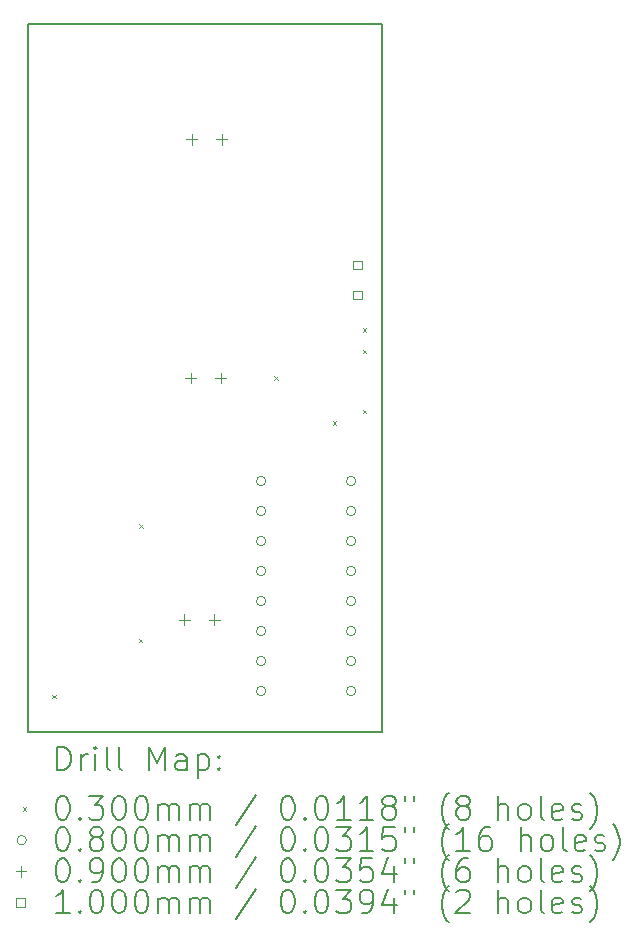
<source format=gbr>
%TF.GenerationSoftware,KiCad,Pcbnew,8.0.8*%
%TF.CreationDate,2025-03-24T19:05:03+08:00*%
%TF.ProjectId,trafficlight,74726166-6669-4636-9c69-6768742e6b69,rev?*%
%TF.SameCoordinates,Original*%
%TF.FileFunction,Drillmap*%
%TF.FilePolarity,Positive*%
%FSLAX45Y45*%
G04 Gerber Fmt 4.5, Leading zero omitted, Abs format (unit mm)*
G04 Created by KiCad (PCBNEW 8.0.8) date 2025-03-24 19:05:03*
%MOMM*%
%LPD*%
G01*
G04 APERTURE LIST*
%ADD10C,0.200000*%
%ADD11C,0.100000*%
G04 APERTURE END LIST*
D10*
X12903760Y-7038900D02*
X15903760Y-7038900D01*
X15903760Y-13038900D01*
X12903760Y-13038900D01*
X12903760Y-7038900D01*
D11*
X13114260Y-12722720D02*
X13144260Y-12752720D01*
X13144260Y-12722720D02*
X13114260Y-12752720D01*
X13843240Y-12247040D02*
X13873240Y-12277040D01*
X13873240Y-12247040D02*
X13843240Y-12277040D01*
X13848320Y-11279300D02*
X13878320Y-11309300D01*
X13878320Y-11279300D02*
X13848320Y-11309300D01*
X14993300Y-10023640D02*
X15023300Y-10053640D01*
X15023300Y-10023640D02*
X14993300Y-10053640D01*
X15488300Y-10404640D02*
X15518300Y-10434640D01*
X15518300Y-10404640D02*
X15488300Y-10434640D01*
X15741180Y-9620160D02*
X15771180Y-9650160D01*
X15771180Y-9620160D02*
X15741180Y-9650160D01*
X15741180Y-9802660D02*
X15771180Y-9832660D01*
X15771180Y-9802660D02*
X15741180Y-9832660D01*
X15741180Y-10307930D02*
X15771180Y-10337930D01*
X15771180Y-10307930D02*
X15741180Y-10337930D01*
X14920880Y-10913440D02*
G75*
G02*
X14840880Y-10913440I-40000J0D01*
G01*
X14840880Y-10913440D02*
G75*
G02*
X14920880Y-10913440I40000J0D01*
G01*
X14920880Y-11167440D02*
G75*
G02*
X14840880Y-11167440I-40000J0D01*
G01*
X14840880Y-11167440D02*
G75*
G02*
X14920880Y-11167440I40000J0D01*
G01*
X14920880Y-11421440D02*
G75*
G02*
X14840880Y-11421440I-40000J0D01*
G01*
X14840880Y-11421440D02*
G75*
G02*
X14920880Y-11421440I40000J0D01*
G01*
X14920880Y-11675440D02*
G75*
G02*
X14840880Y-11675440I-40000J0D01*
G01*
X14840880Y-11675440D02*
G75*
G02*
X14920880Y-11675440I40000J0D01*
G01*
X14920880Y-11929440D02*
G75*
G02*
X14840880Y-11929440I-40000J0D01*
G01*
X14840880Y-11929440D02*
G75*
G02*
X14920880Y-11929440I40000J0D01*
G01*
X14920880Y-12183440D02*
G75*
G02*
X14840880Y-12183440I-40000J0D01*
G01*
X14840880Y-12183440D02*
G75*
G02*
X14920880Y-12183440I40000J0D01*
G01*
X14920880Y-12437440D02*
G75*
G02*
X14840880Y-12437440I-40000J0D01*
G01*
X14840880Y-12437440D02*
G75*
G02*
X14920880Y-12437440I40000J0D01*
G01*
X14920880Y-12691440D02*
G75*
G02*
X14840880Y-12691440I-40000J0D01*
G01*
X14840880Y-12691440D02*
G75*
G02*
X14920880Y-12691440I40000J0D01*
G01*
X15682880Y-10913440D02*
G75*
G02*
X15602880Y-10913440I-40000J0D01*
G01*
X15602880Y-10913440D02*
G75*
G02*
X15682880Y-10913440I40000J0D01*
G01*
X15682880Y-11167440D02*
G75*
G02*
X15602880Y-11167440I-40000J0D01*
G01*
X15602880Y-11167440D02*
G75*
G02*
X15682880Y-11167440I40000J0D01*
G01*
X15682880Y-11421440D02*
G75*
G02*
X15602880Y-11421440I-40000J0D01*
G01*
X15602880Y-11421440D02*
G75*
G02*
X15682880Y-11421440I40000J0D01*
G01*
X15682880Y-11675440D02*
G75*
G02*
X15602880Y-11675440I-40000J0D01*
G01*
X15602880Y-11675440D02*
G75*
G02*
X15682880Y-11675440I40000J0D01*
G01*
X15682880Y-11929440D02*
G75*
G02*
X15602880Y-11929440I-40000J0D01*
G01*
X15602880Y-11929440D02*
G75*
G02*
X15682880Y-11929440I40000J0D01*
G01*
X15682880Y-12183440D02*
G75*
G02*
X15602880Y-12183440I-40000J0D01*
G01*
X15602880Y-12183440D02*
G75*
G02*
X15682880Y-12183440I40000J0D01*
G01*
X15682880Y-12437440D02*
G75*
G02*
X15602880Y-12437440I-40000J0D01*
G01*
X15602880Y-12437440D02*
G75*
G02*
X15682880Y-12437440I40000J0D01*
G01*
X15682880Y-12691440D02*
G75*
G02*
X15602880Y-12691440I-40000J0D01*
G01*
X15602880Y-12691440D02*
G75*
G02*
X15682880Y-12691440I40000J0D01*
G01*
X14232180Y-12040880D02*
X14232180Y-12130880D01*
X14187180Y-12085880D02*
X14277180Y-12085880D01*
X14285520Y-9996180D02*
X14285520Y-10086180D01*
X14240520Y-10041180D02*
X14330520Y-10041180D01*
X14293140Y-7974340D02*
X14293140Y-8064340D01*
X14248140Y-8019340D02*
X14338140Y-8019340D01*
X14486180Y-12040880D02*
X14486180Y-12130880D01*
X14441180Y-12085880D02*
X14531180Y-12085880D01*
X14539520Y-9996180D02*
X14539520Y-10086180D01*
X14494520Y-10041180D02*
X14584520Y-10041180D01*
X14547140Y-7974340D02*
X14547140Y-8064340D01*
X14502140Y-8019340D02*
X14592140Y-8019340D01*
X15733116Y-9116416D02*
X15733116Y-9045704D01*
X15662404Y-9045704D01*
X15662404Y-9116416D01*
X15733116Y-9116416D01*
X15733116Y-9370416D02*
X15733116Y-9299704D01*
X15662404Y-9299704D01*
X15662404Y-9370416D01*
X15733116Y-9370416D01*
D10*
X13154537Y-13360384D02*
X13154537Y-13160384D01*
X13154537Y-13160384D02*
X13202156Y-13160384D01*
X13202156Y-13160384D02*
X13230727Y-13169908D01*
X13230727Y-13169908D02*
X13249775Y-13188955D01*
X13249775Y-13188955D02*
X13259299Y-13208003D01*
X13259299Y-13208003D02*
X13268822Y-13246098D01*
X13268822Y-13246098D02*
X13268822Y-13274669D01*
X13268822Y-13274669D02*
X13259299Y-13312765D01*
X13259299Y-13312765D02*
X13249775Y-13331812D01*
X13249775Y-13331812D02*
X13230727Y-13350860D01*
X13230727Y-13350860D02*
X13202156Y-13360384D01*
X13202156Y-13360384D02*
X13154537Y-13360384D01*
X13354537Y-13360384D02*
X13354537Y-13227050D01*
X13354537Y-13265146D02*
X13364061Y-13246098D01*
X13364061Y-13246098D02*
X13373584Y-13236574D01*
X13373584Y-13236574D02*
X13392632Y-13227050D01*
X13392632Y-13227050D02*
X13411680Y-13227050D01*
X13478346Y-13360384D02*
X13478346Y-13227050D01*
X13478346Y-13160384D02*
X13468822Y-13169908D01*
X13468822Y-13169908D02*
X13478346Y-13179431D01*
X13478346Y-13179431D02*
X13487870Y-13169908D01*
X13487870Y-13169908D02*
X13478346Y-13160384D01*
X13478346Y-13160384D02*
X13478346Y-13179431D01*
X13602156Y-13360384D02*
X13583108Y-13350860D01*
X13583108Y-13350860D02*
X13573584Y-13331812D01*
X13573584Y-13331812D02*
X13573584Y-13160384D01*
X13706918Y-13360384D02*
X13687870Y-13350860D01*
X13687870Y-13350860D02*
X13678346Y-13331812D01*
X13678346Y-13331812D02*
X13678346Y-13160384D01*
X13935489Y-13360384D02*
X13935489Y-13160384D01*
X13935489Y-13160384D02*
X14002156Y-13303241D01*
X14002156Y-13303241D02*
X14068822Y-13160384D01*
X14068822Y-13160384D02*
X14068822Y-13360384D01*
X14249775Y-13360384D02*
X14249775Y-13255622D01*
X14249775Y-13255622D02*
X14240251Y-13236574D01*
X14240251Y-13236574D02*
X14221203Y-13227050D01*
X14221203Y-13227050D02*
X14183108Y-13227050D01*
X14183108Y-13227050D02*
X14164061Y-13236574D01*
X14249775Y-13350860D02*
X14230727Y-13360384D01*
X14230727Y-13360384D02*
X14183108Y-13360384D01*
X14183108Y-13360384D02*
X14164061Y-13350860D01*
X14164061Y-13350860D02*
X14154537Y-13331812D01*
X14154537Y-13331812D02*
X14154537Y-13312765D01*
X14154537Y-13312765D02*
X14164061Y-13293717D01*
X14164061Y-13293717D02*
X14183108Y-13284193D01*
X14183108Y-13284193D02*
X14230727Y-13284193D01*
X14230727Y-13284193D02*
X14249775Y-13274669D01*
X14345013Y-13227050D02*
X14345013Y-13427050D01*
X14345013Y-13236574D02*
X14364061Y-13227050D01*
X14364061Y-13227050D02*
X14402156Y-13227050D01*
X14402156Y-13227050D02*
X14421203Y-13236574D01*
X14421203Y-13236574D02*
X14430727Y-13246098D01*
X14430727Y-13246098D02*
X14440251Y-13265146D01*
X14440251Y-13265146D02*
X14440251Y-13322288D01*
X14440251Y-13322288D02*
X14430727Y-13341336D01*
X14430727Y-13341336D02*
X14421203Y-13350860D01*
X14421203Y-13350860D02*
X14402156Y-13360384D01*
X14402156Y-13360384D02*
X14364061Y-13360384D01*
X14364061Y-13360384D02*
X14345013Y-13350860D01*
X14525965Y-13341336D02*
X14535489Y-13350860D01*
X14535489Y-13350860D02*
X14525965Y-13360384D01*
X14525965Y-13360384D02*
X14516442Y-13350860D01*
X14516442Y-13350860D02*
X14525965Y-13341336D01*
X14525965Y-13341336D02*
X14525965Y-13360384D01*
X14525965Y-13236574D02*
X14535489Y-13246098D01*
X14535489Y-13246098D02*
X14525965Y-13255622D01*
X14525965Y-13255622D02*
X14516442Y-13246098D01*
X14516442Y-13246098D02*
X14525965Y-13236574D01*
X14525965Y-13236574D02*
X14525965Y-13255622D01*
D11*
X12863760Y-13673900D02*
X12893760Y-13703900D01*
X12893760Y-13673900D02*
X12863760Y-13703900D01*
D10*
X13192632Y-13580384D02*
X13211680Y-13580384D01*
X13211680Y-13580384D02*
X13230727Y-13589908D01*
X13230727Y-13589908D02*
X13240251Y-13599431D01*
X13240251Y-13599431D02*
X13249775Y-13618479D01*
X13249775Y-13618479D02*
X13259299Y-13656574D01*
X13259299Y-13656574D02*
X13259299Y-13704193D01*
X13259299Y-13704193D02*
X13249775Y-13742288D01*
X13249775Y-13742288D02*
X13240251Y-13761336D01*
X13240251Y-13761336D02*
X13230727Y-13770860D01*
X13230727Y-13770860D02*
X13211680Y-13780384D01*
X13211680Y-13780384D02*
X13192632Y-13780384D01*
X13192632Y-13780384D02*
X13173584Y-13770860D01*
X13173584Y-13770860D02*
X13164061Y-13761336D01*
X13164061Y-13761336D02*
X13154537Y-13742288D01*
X13154537Y-13742288D02*
X13145013Y-13704193D01*
X13145013Y-13704193D02*
X13145013Y-13656574D01*
X13145013Y-13656574D02*
X13154537Y-13618479D01*
X13154537Y-13618479D02*
X13164061Y-13599431D01*
X13164061Y-13599431D02*
X13173584Y-13589908D01*
X13173584Y-13589908D02*
X13192632Y-13580384D01*
X13345013Y-13761336D02*
X13354537Y-13770860D01*
X13354537Y-13770860D02*
X13345013Y-13780384D01*
X13345013Y-13780384D02*
X13335489Y-13770860D01*
X13335489Y-13770860D02*
X13345013Y-13761336D01*
X13345013Y-13761336D02*
X13345013Y-13780384D01*
X13421203Y-13580384D02*
X13545013Y-13580384D01*
X13545013Y-13580384D02*
X13478346Y-13656574D01*
X13478346Y-13656574D02*
X13506918Y-13656574D01*
X13506918Y-13656574D02*
X13525965Y-13666098D01*
X13525965Y-13666098D02*
X13535489Y-13675622D01*
X13535489Y-13675622D02*
X13545013Y-13694669D01*
X13545013Y-13694669D02*
X13545013Y-13742288D01*
X13545013Y-13742288D02*
X13535489Y-13761336D01*
X13535489Y-13761336D02*
X13525965Y-13770860D01*
X13525965Y-13770860D02*
X13506918Y-13780384D01*
X13506918Y-13780384D02*
X13449775Y-13780384D01*
X13449775Y-13780384D02*
X13430727Y-13770860D01*
X13430727Y-13770860D02*
X13421203Y-13761336D01*
X13668822Y-13580384D02*
X13687870Y-13580384D01*
X13687870Y-13580384D02*
X13706918Y-13589908D01*
X13706918Y-13589908D02*
X13716442Y-13599431D01*
X13716442Y-13599431D02*
X13725965Y-13618479D01*
X13725965Y-13618479D02*
X13735489Y-13656574D01*
X13735489Y-13656574D02*
X13735489Y-13704193D01*
X13735489Y-13704193D02*
X13725965Y-13742288D01*
X13725965Y-13742288D02*
X13716442Y-13761336D01*
X13716442Y-13761336D02*
X13706918Y-13770860D01*
X13706918Y-13770860D02*
X13687870Y-13780384D01*
X13687870Y-13780384D02*
X13668822Y-13780384D01*
X13668822Y-13780384D02*
X13649775Y-13770860D01*
X13649775Y-13770860D02*
X13640251Y-13761336D01*
X13640251Y-13761336D02*
X13630727Y-13742288D01*
X13630727Y-13742288D02*
X13621203Y-13704193D01*
X13621203Y-13704193D02*
X13621203Y-13656574D01*
X13621203Y-13656574D02*
X13630727Y-13618479D01*
X13630727Y-13618479D02*
X13640251Y-13599431D01*
X13640251Y-13599431D02*
X13649775Y-13589908D01*
X13649775Y-13589908D02*
X13668822Y-13580384D01*
X13859299Y-13580384D02*
X13878346Y-13580384D01*
X13878346Y-13580384D02*
X13897394Y-13589908D01*
X13897394Y-13589908D02*
X13906918Y-13599431D01*
X13906918Y-13599431D02*
X13916442Y-13618479D01*
X13916442Y-13618479D02*
X13925965Y-13656574D01*
X13925965Y-13656574D02*
X13925965Y-13704193D01*
X13925965Y-13704193D02*
X13916442Y-13742288D01*
X13916442Y-13742288D02*
X13906918Y-13761336D01*
X13906918Y-13761336D02*
X13897394Y-13770860D01*
X13897394Y-13770860D02*
X13878346Y-13780384D01*
X13878346Y-13780384D02*
X13859299Y-13780384D01*
X13859299Y-13780384D02*
X13840251Y-13770860D01*
X13840251Y-13770860D02*
X13830727Y-13761336D01*
X13830727Y-13761336D02*
X13821203Y-13742288D01*
X13821203Y-13742288D02*
X13811680Y-13704193D01*
X13811680Y-13704193D02*
X13811680Y-13656574D01*
X13811680Y-13656574D02*
X13821203Y-13618479D01*
X13821203Y-13618479D02*
X13830727Y-13599431D01*
X13830727Y-13599431D02*
X13840251Y-13589908D01*
X13840251Y-13589908D02*
X13859299Y-13580384D01*
X14011680Y-13780384D02*
X14011680Y-13647050D01*
X14011680Y-13666098D02*
X14021203Y-13656574D01*
X14021203Y-13656574D02*
X14040251Y-13647050D01*
X14040251Y-13647050D02*
X14068823Y-13647050D01*
X14068823Y-13647050D02*
X14087870Y-13656574D01*
X14087870Y-13656574D02*
X14097394Y-13675622D01*
X14097394Y-13675622D02*
X14097394Y-13780384D01*
X14097394Y-13675622D02*
X14106918Y-13656574D01*
X14106918Y-13656574D02*
X14125965Y-13647050D01*
X14125965Y-13647050D02*
X14154537Y-13647050D01*
X14154537Y-13647050D02*
X14173584Y-13656574D01*
X14173584Y-13656574D02*
X14183108Y-13675622D01*
X14183108Y-13675622D02*
X14183108Y-13780384D01*
X14278346Y-13780384D02*
X14278346Y-13647050D01*
X14278346Y-13666098D02*
X14287870Y-13656574D01*
X14287870Y-13656574D02*
X14306918Y-13647050D01*
X14306918Y-13647050D02*
X14335489Y-13647050D01*
X14335489Y-13647050D02*
X14354537Y-13656574D01*
X14354537Y-13656574D02*
X14364061Y-13675622D01*
X14364061Y-13675622D02*
X14364061Y-13780384D01*
X14364061Y-13675622D02*
X14373584Y-13656574D01*
X14373584Y-13656574D02*
X14392632Y-13647050D01*
X14392632Y-13647050D02*
X14421203Y-13647050D01*
X14421203Y-13647050D02*
X14440251Y-13656574D01*
X14440251Y-13656574D02*
X14449775Y-13675622D01*
X14449775Y-13675622D02*
X14449775Y-13780384D01*
X14840251Y-13570860D02*
X14668823Y-13828003D01*
X15097394Y-13580384D02*
X15116442Y-13580384D01*
X15116442Y-13580384D02*
X15135489Y-13589908D01*
X15135489Y-13589908D02*
X15145013Y-13599431D01*
X15145013Y-13599431D02*
X15154537Y-13618479D01*
X15154537Y-13618479D02*
X15164061Y-13656574D01*
X15164061Y-13656574D02*
X15164061Y-13704193D01*
X15164061Y-13704193D02*
X15154537Y-13742288D01*
X15154537Y-13742288D02*
X15145013Y-13761336D01*
X15145013Y-13761336D02*
X15135489Y-13770860D01*
X15135489Y-13770860D02*
X15116442Y-13780384D01*
X15116442Y-13780384D02*
X15097394Y-13780384D01*
X15097394Y-13780384D02*
X15078346Y-13770860D01*
X15078346Y-13770860D02*
X15068823Y-13761336D01*
X15068823Y-13761336D02*
X15059299Y-13742288D01*
X15059299Y-13742288D02*
X15049775Y-13704193D01*
X15049775Y-13704193D02*
X15049775Y-13656574D01*
X15049775Y-13656574D02*
X15059299Y-13618479D01*
X15059299Y-13618479D02*
X15068823Y-13599431D01*
X15068823Y-13599431D02*
X15078346Y-13589908D01*
X15078346Y-13589908D02*
X15097394Y-13580384D01*
X15249775Y-13761336D02*
X15259299Y-13770860D01*
X15259299Y-13770860D02*
X15249775Y-13780384D01*
X15249775Y-13780384D02*
X15240251Y-13770860D01*
X15240251Y-13770860D02*
X15249775Y-13761336D01*
X15249775Y-13761336D02*
X15249775Y-13780384D01*
X15383108Y-13580384D02*
X15402156Y-13580384D01*
X15402156Y-13580384D02*
X15421204Y-13589908D01*
X15421204Y-13589908D02*
X15430727Y-13599431D01*
X15430727Y-13599431D02*
X15440251Y-13618479D01*
X15440251Y-13618479D02*
X15449775Y-13656574D01*
X15449775Y-13656574D02*
X15449775Y-13704193D01*
X15449775Y-13704193D02*
X15440251Y-13742288D01*
X15440251Y-13742288D02*
X15430727Y-13761336D01*
X15430727Y-13761336D02*
X15421204Y-13770860D01*
X15421204Y-13770860D02*
X15402156Y-13780384D01*
X15402156Y-13780384D02*
X15383108Y-13780384D01*
X15383108Y-13780384D02*
X15364061Y-13770860D01*
X15364061Y-13770860D02*
X15354537Y-13761336D01*
X15354537Y-13761336D02*
X15345013Y-13742288D01*
X15345013Y-13742288D02*
X15335489Y-13704193D01*
X15335489Y-13704193D02*
X15335489Y-13656574D01*
X15335489Y-13656574D02*
X15345013Y-13618479D01*
X15345013Y-13618479D02*
X15354537Y-13599431D01*
X15354537Y-13599431D02*
X15364061Y-13589908D01*
X15364061Y-13589908D02*
X15383108Y-13580384D01*
X15640251Y-13780384D02*
X15525966Y-13780384D01*
X15583108Y-13780384D02*
X15583108Y-13580384D01*
X15583108Y-13580384D02*
X15564061Y-13608955D01*
X15564061Y-13608955D02*
X15545013Y-13628003D01*
X15545013Y-13628003D02*
X15525966Y-13637527D01*
X15830727Y-13780384D02*
X15716442Y-13780384D01*
X15773585Y-13780384D02*
X15773585Y-13580384D01*
X15773585Y-13580384D02*
X15754537Y-13608955D01*
X15754537Y-13608955D02*
X15735489Y-13628003D01*
X15735489Y-13628003D02*
X15716442Y-13637527D01*
X15945013Y-13666098D02*
X15925966Y-13656574D01*
X15925966Y-13656574D02*
X15916442Y-13647050D01*
X15916442Y-13647050D02*
X15906918Y-13628003D01*
X15906918Y-13628003D02*
X15906918Y-13618479D01*
X15906918Y-13618479D02*
X15916442Y-13599431D01*
X15916442Y-13599431D02*
X15925966Y-13589908D01*
X15925966Y-13589908D02*
X15945013Y-13580384D01*
X15945013Y-13580384D02*
X15983108Y-13580384D01*
X15983108Y-13580384D02*
X16002156Y-13589908D01*
X16002156Y-13589908D02*
X16011680Y-13599431D01*
X16011680Y-13599431D02*
X16021204Y-13618479D01*
X16021204Y-13618479D02*
X16021204Y-13628003D01*
X16021204Y-13628003D02*
X16011680Y-13647050D01*
X16011680Y-13647050D02*
X16002156Y-13656574D01*
X16002156Y-13656574D02*
X15983108Y-13666098D01*
X15983108Y-13666098D02*
X15945013Y-13666098D01*
X15945013Y-13666098D02*
X15925966Y-13675622D01*
X15925966Y-13675622D02*
X15916442Y-13685146D01*
X15916442Y-13685146D02*
X15906918Y-13704193D01*
X15906918Y-13704193D02*
X15906918Y-13742288D01*
X15906918Y-13742288D02*
X15916442Y-13761336D01*
X15916442Y-13761336D02*
X15925966Y-13770860D01*
X15925966Y-13770860D02*
X15945013Y-13780384D01*
X15945013Y-13780384D02*
X15983108Y-13780384D01*
X15983108Y-13780384D02*
X16002156Y-13770860D01*
X16002156Y-13770860D02*
X16011680Y-13761336D01*
X16011680Y-13761336D02*
X16021204Y-13742288D01*
X16021204Y-13742288D02*
X16021204Y-13704193D01*
X16021204Y-13704193D02*
X16011680Y-13685146D01*
X16011680Y-13685146D02*
X16002156Y-13675622D01*
X16002156Y-13675622D02*
X15983108Y-13666098D01*
X16097394Y-13580384D02*
X16097394Y-13618479D01*
X16173585Y-13580384D02*
X16173585Y-13618479D01*
X16468823Y-13856574D02*
X16459299Y-13847050D01*
X16459299Y-13847050D02*
X16440251Y-13818479D01*
X16440251Y-13818479D02*
X16430728Y-13799431D01*
X16430728Y-13799431D02*
X16421204Y-13770860D01*
X16421204Y-13770860D02*
X16411680Y-13723241D01*
X16411680Y-13723241D02*
X16411680Y-13685146D01*
X16411680Y-13685146D02*
X16421204Y-13637527D01*
X16421204Y-13637527D02*
X16430728Y-13608955D01*
X16430728Y-13608955D02*
X16440251Y-13589908D01*
X16440251Y-13589908D02*
X16459299Y-13561336D01*
X16459299Y-13561336D02*
X16468823Y-13551812D01*
X16573585Y-13666098D02*
X16554537Y-13656574D01*
X16554537Y-13656574D02*
X16545013Y-13647050D01*
X16545013Y-13647050D02*
X16535489Y-13628003D01*
X16535489Y-13628003D02*
X16535489Y-13618479D01*
X16535489Y-13618479D02*
X16545013Y-13599431D01*
X16545013Y-13599431D02*
X16554537Y-13589908D01*
X16554537Y-13589908D02*
X16573585Y-13580384D01*
X16573585Y-13580384D02*
X16611680Y-13580384D01*
X16611680Y-13580384D02*
X16630728Y-13589908D01*
X16630728Y-13589908D02*
X16640251Y-13599431D01*
X16640251Y-13599431D02*
X16649775Y-13618479D01*
X16649775Y-13618479D02*
X16649775Y-13628003D01*
X16649775Y-13628003D02*
X16640251Y-13647050D01*
X16640251Y-13647050D02*
X16630728Y-13656574D01*
X16630728Y-13656574D02*
X16611680Y-13666098D01*
X16611680Y-13666098D02*
X16573585Y-13666098D01*
X16573585Y-13666098D02*
X16554537Y-13675622D01*
X16554537Y-13675622D02*
X16545013Y-13685146D01*
X16545013Y-13685146D02*
X16535489Y-13704193D01*
X16535489Y-13704193D02*
X16535489Y-13742288D01*
X16535489Y-13742288D02*
X16545013Y-13761336D01*
X16545013Y-13761336D02*
X16554537Y-13770860D01*
X16554537Y-13770860D02*
X16573585Y-13780384D01*
X16573585Y-13780384D02*
X16611680Y-13780384D01*
X16611680Y-13780384D02*
X16630728Y-13770860D01*
X16630728Y-13770860D02*
X16640251Y-13761336D01*
X16640251Y-13761336D02*
X16649775Y-13742288D01*
X16649775Y-13742288D02*
X16649775Y-13704193D01*
X16649775Y-13704193D02*
X16640251Y-13685146D01*
X16640251Y-13685146D02*
X16630728Y-13675622D01*
X16630728Y-13675622D02*
X16611680Y-13666098D01*
X16887871Y-13780384D02*
X16887871Y-13580384D01*
X16973585Y-13780384D02*
X16973585Y-13675622D01*
X16973585Y-13675622D02*
X16964061Y-13656574D01*
X16964061Y-13656574D02*
X16945013Y-13647050D01*
X16945013Y-13647050D02*
X16916442Y-13647050D01*
X16916442Y-13647050D02*
X16897394Y-13656574D01*
X16897394Y-13656574D02*
X16887871Y-13666098D01*
X17097394Y-13780384D02*
X17078347Y-13770860D01*
X17078347Y-13770860D02*
X17068823Y-13761336D01*
X17068823Y-13761336D02*
X17059299Y-13742288D01*
X17059299Y-13742288D02*
X17059299Y-13685146D01*
X17059299Y-13685146D02*
X17068823Y-13666098D01*
X17068823Y-13666098D02*
X17078347Y-13656574D01*
X17078347Y-13656574D02*
X17097394Y-13647050D01*
X17097394Y-13647050D02*
X17125966Y-13647050D01*
X17125966Y-13647050D02*
X17145013Y-13656574D01*
X17145013Y-13656574D02*
X17154537Y-13666098D01*
X17154537Y-13666098D02*
X17164061Y-13685146D01*
X17164061Y-13685146D02*
X17164061Y-13742288D01*
X17164061Y-13742288D02*
X17154537Y-13761336D01*
X17154537Y-13761336D02*
X17145013Y-13770860D01*
X17145013Y-13770860D02*
X17125966Y-13780384D01*
X17125966Y-13780384D02*
X17097394Y-13780384D01*
X17278347Y-13780384D02*
X17259299Y-13770860D01*
X17259299Y-13770860D02*
X17249775Y-13751812D01*
X17249775Y-13751812D02*
X17249775Y-13580384D01*
X17430728Y-13770860D02*
X17411680Y-13780384D01*
X17411680Y-13780384D02*
X17373585Y-13780384D01*
X17373585Y-13780384D02*
X17354537Y-13770860D01*
X17354537Y-13770860D02*
X17345013Y-13751812D01*
X17345013Y-13751812D02*
X17345013Y-13675622D01*
X17345013Y-13675622D02*
X17354537Y-13656574D01*
X17354537Y-13656574D02*
X17373585Y-13647050D01*
X17373585Y-13647050D02*
X17411680Y-13647050D01*
X17411680Y-13647050D02*
X17430728Y-13656574D01*
X17430728Y-13656574D02*
X17440252Y-13675622D01*
X17440252Y-13675622D02*
X17440252Y-13694669D01*
X17440252Y-13694669D02*
X17345013Y-13713717D01*
X17516442Y-13770860D02*
X17535490Y-13780384D01*
X17535490Y-13780384D02*
X17573585Y-13780384D01*
X17573585Y-13780384D02*
X17592633Y-13770860D01*
X17592633Y-13770860D02*
X17602156Y-13751812D01*
X17602156Y-13751812D02*
X17602156Y-13742288D01*
X17602156Y-13742288D02*
X17592633Y-13723241D01*
X17592633Y-13723241D02*
X17573585Y-13713717D01*
X17573585Y-13713717D02*
X17545013Y-13713717D01*
X17545013Y-13713717D02*
X17525966Y-13704193D01*
X17525966Y-13704193D02*
X17516442Y-13685146D01*
X17516442Y-13685146D02*
X17516442Y-13675622D01*
X17516442Y-13675622D02*
X17525966Y-13656574D01*
X17525966Y-13656574D02*
X17545013Y-13647050D01*
X17545013Y-13647050D02*
X17573585Y-13647050D01*
X17573585Y-13647050D02*
X17592633Y-13656574D01*
X17668823Y-13856574D02*
X17678347Y-13847050D01*
X17678347Y-13847050D02*
X17697394Y-13818479D01*
X17697394Y-13818479D02*
X17706918Y-13799431D01*
X17706918Y-13799431D02*
X17716442Y-13770860D01*
X17716442Y-13770860D02*
X17725966Y-13723241D01*
X17725966Y-13723241D02*
X17725966Y-13685146D01*
X17725966Y-13685146D02*
X17716442Y-13637527D01*
X17716442Y-13637527D02*
X17706918Y-13608955D01*
X17706918Y-13608955D02*
X17697394Y-13589908D01*
X17697394Y-13589908D02*
X17678347Y-13561336D01*
X17678347Y-13561336D02*
X17668823Y-13551812D01*
D11*
X12893760Y-13952900D02*
G75*
G02*
X12813760Y-13952900I-40000J0D01*
G01*
X12813760Y-13952900D02*
G75*
G02*
X12893760Y-13952900I40000J0D01*
G01*
D10*
X13192632Y-13844384D02*
X13211680Y-13844384D01*
X13211680Y-13844384D02*
X13230727Y-13853908D01*
X13230727Y-13853908D02*
X13240251Y-13863431D01*
X13240251Y-13863431D02*
X13249775Y-13882479D01*
X13249775Y-13882479D02*
X13259299Y-13920574D01*
X13259299Y-13920574D02*
X13259299Y-13968193D01*
X13259299Y-13968193D02*
X13249775Y-14006288D01*
X13249775Y-14006288D02*
X13240251Y-14025336D01*
X13240251Y-14025336D02*
X13230727Y-14034860D01*
X13230727Y-14034860D02*
X13211680Y-14044384D01*
X13211680Y-14044384D02*
X13192632Y-14044384D01*
X13192632Y-14044384D02*
X13173584Y-14034860D01*
X13173584Y-14034860D02*
X13164061Y-14025336D01*
X13164061Y-14025336D02*
X13154537Y-14006288D01*
X13154537Y-14006288D02*
X13145013Y-13968193D01*
X13145013Y-13968193D02*
X13145013Y-13920574D01*
X13145013Y-13920574D02*
X13154537Y-13882479D01*
X13154537Y-13882479D02*
X13164061Y-13863431D01*
X13164061Y-13863431D02*
X13173584Y-13853908D01*
X13173584Y-13853908D02*
X13192632Y-13844384D01*
X13345013Y-14025336D02*
X13354537Y-14034860D01*
X13354537Y-14034860D02*
X13345013Y-14044384D01*
X13345013Y-14044384D02*
X13335489Y-14034860D01*
X13335489Y-14034860D02*
X13345013Y-14025336D01*
X13345013Y-14025336D02*
X13345013Y-14044384D01*
X13468822Y-13930098D02*
X13449775Y-13920574D01*
X13449775Y-13920574D02*
X13440251Y-13911050D01*
X13440251Y-13911050D02*
X13430727Y-13892003D01*
X13430727Y-13892003D02*
X13430727Y-13882479D01*
X13430727Y-13882479D02*
X13440251Y-13863431D01*
X13440251Y-13863431D02*
X13449775Y-13853908D01*
X13449775Y-13853908D02*
X13468822Y-13844384D01*
X13468822Y-13844384D02*
X13506918Y-13844384D01*
X13506918Y-13844384D02*
X13525965Y-13853908D01*
X13525965Y-13853908D02*
X13535489Y-13863431D01*
X13535489Y-13863431D02*
X13545013Y-13882479D01*
X13545013Y-13882479D02*
X13545013Y-13892003D01*
X13545013Y-13892003D02*
X13535489Y-13911050D01*
X13535489Y-13911050D02*
X13525965Y-13920574D01*
X13525965Y-13920574D02*
X13506918Y-13930098D01*
X13506918Y-13930098D02*
X13468822Y-13930098D01*
X13468822Y-13930098D02*
X13449775Y-13939622D01*
X13449775Y-13939622D02*
X13440251Y-13949146D01*
X13440251Y-13949146D02*
X13430727Y-13968193D01*
X13430727Y-13968193D02*
X13430727Y-14006288D01*
X13430727Y-14006288D02*
X13440251Y-14025336D01*
X13440251Y-14025336D02*
X13449775Y-14034860D01*
X13449775Y-14034860D02*
X13468822Y-14044384D01*
X13468822Y-14044384D02*
X13506918Y-14044384D01*
X13506918Y-14044384D02*
X13525965Y-14034860D01*
X13525965Y-14034860D02*
X13535489Y-14025336D01*
X13535489Y-14025336D02*
X13545013Y-14006288D01*
X13545013Y-14006288D02*
X13545013Y-13968193D01*
X13545013Y-13968193D02*
X13535489Y-13949146D01*
X13535489Y-13949146D02*
X13525965Y-13939622D01*
X13525965Y-13939622D02*
X13506918Y-13930098D01*
X13668822Y-13844384D02*
X13687870Y-13844384D01*
X13687870Y-13844384D02*
X13706918Y-13853908D01*
X13706918Y-13853908D02*
X13716442Y-13863431D01*
X13716442Y-13863431D02*
X13725965Y-13882479D01*
X13725965Y-13882479D02*
X13735489Y-13920574D01*
X13735489Y-13920574D02*
X13735489Y-13968193D01*
X13735489Y-13968193D02*
X13725965Y-14006288D01*
X13725965Y-14006288D02*
X13716442Y-14025336D01*
X13716442Y-14025336D02*
X13706918Y-14034860D01*
X13706918Y-14034860D02*
X13687870Y-14044384D01*
X13687870Y-14044384D02*
X13668822Y-14044384D01*
X13668822Y-14044384D02*
X13649775Y-14034860D01*
X13649775Y-14034860D02*
X13640251Y-14025336D01*
X13640251Y-14025336D02*
X13630727Y-14006288D01*
X13630727Y-14006288D02*
X13621203Y-13968193D01*
X13621203Y-13968193D02*
X13621203Y-13920574D01*
X13621203Y-13920574D02*
X13630727Y-13882479D01*
X13630727Y-13882479D02*
X13640251Y-13863431D01*
X13640251Y-13863431D02*
X13649775Y-13853908D01*
X13649775Y-13853908D02*
X13668822Y-13844384D01*
X13859299Y-13844384D02*
X13878346Y-13844384D01*
X13878346Y-13844384D02*
X13897394Y-13853908D01*
X13897394Y-13853908D02*
X13906918Y-13863431D01*
X13906918Y-13863431D02*
X13916442Y-13882479D01*
X13916442Y-13882479D02*
X13925965Y-13920574D01*
X13925965Y-13920574D02*
X13925965Y-13968193D01*
X13925965Y-13968193D02*
X13916442Y-14006288D01*
X13916442Y-14006288D02*
X13906918Y-14025336D01*
X13906918Y-14025336D02*
X13897394Y-14034860D01*
X13897394Y-14034860D02*
X13878346Y-14044384D01*
X13878346Y-14044384D02*
X13859299Y-14044384D01*
X13859299Y-14044384D02*
X13840251Y-14034860D01*
X13840251Y-14034860D02*
X13830727Y-14025336D01*
X13830727Y-14025336D02*
X13821203Y-14006288D01*
X13821203Y-14006288D02*
X13811680Y-13968193D01*
X13811680Y-13968193D02*
X13811680Y-13920574D01*
X13811680Y-13920574D02*
X13821203Y-13882479D01*
X13821203Y-13882479D02*
X13830727Y-13863431D01*
X13830727Y-13863431D02*
X13840251Y-13853908D01*
X13840251Y-13853908D02*
X13859299Y-13844384D01*
X14011680Y-14044384D02*
X14011680Y-13911050D01*
X14011680Y-13930098D02*
X14021203Y-13920574D01*
X14021203Y-13920574D02*
X14040251Y-13911050D01*
X14040251Y-13911050D02*
X14068823Y-13911050D01*
X14068823Y-13911050D02*
X14087870Y-13920574D01*
X14087870Y-13920574D02*
X14097394Y-13939622D01*
X14097394Y-13939622D02*
X14097394Y-14044384D01*
X14097394Y-13939622D02*
X14106918Y-13920574D01*
X14106918Y-13920574D02*
X14125965Y-13911050D01*
X14125965Y-13911050D02*
X14154537Y-13911050D01*
X14154537Y-13911050D02*
X14173584Y-13920574D01*
X14173584Y-13920574D02*
X14183108Y-13939622D01*
X14183108Y-13939622D02*
X14183108Y-14044384D01*
X14278346Y-14044384D02*
X14278346Y-13911050D01*
X14278346Y-13930098D02*
X14287870Y-13920574D01*
X14287870Y-13920574D02*
X14306918Y-13911050D01*
X14306918Y-13911050D02*
X14335489Y-13911050D01*
X14335489Y-13911050D02*
X14354537Y-13920574D01*
X14354537Y-13920574D02*
X14364061Y-13939622D01*
X14364061Y-13939622D02*
X14364061Y-14044384D01*
X14364061Y-13939622D02*
X14373584Y-13920574D01*
X14373584Y-13920574D02*
X14392632Y-13911050D01*
X14392632Y-13911050D02*
X14421203Y-13911050D01*
X14421203Y-13911050D02*
X14440251Y-13920574D01*
X14440251Y-13920574D02*
X14449775Y-13939622D01*
X14449775Y-13939622D02*
X14449775Y-14044384D01*
X14840251Y-13834860D02*
X14668823Y-14092003D01*
X15097394Y-13844384D02*
X15116442Y-13844384D01*
X15116442Y-13844384D02*
X15135489Y-13853908D01*
X15135489Y-13853908D02*
X15145013Y-13863431D01*
X15145013Y-13863431D02*
X15154537Y-13882479D01*
X15154537Y-13882479D02*
X15164061Y-13920574D01*
X15164061Y-13920574D02*
X15164061Y-13968193D01*
X15164061Y-13968193D02*
X15154537Y-14006288D01*
X15154537Y-14006288D02*
X15145013Y-14025336D01*
X15145013Y-14025336D02*
X15135489Y-14034860D01*
X15135489Y-14034860D02*
X15116442Y-14044384D01*
X15116442Y-14044384D02*
X15097394Y-14044384D01*
X15097394Y-14044384D02*
X15078346Y-14034860D01*
X15078346Y-14034860D02*
X15068823Y-14025336D01*
X15068823Y-14025336D02*
X15059299Y-14006288D01*
X15059299Y-14006288D02*
X15049775Y-13968193D01*
X15049775Y-13968193D02*
X15049775Y-13920574D01*
X15049775Y-13920574D02*
X15059299Y-13882479D01*
X15059299Y-13882479D02*
X15068823Y-13863431D01*
X15068823Y-13863431D02*
X15078346Y-13853908D01*
X15078346Y-13853908D02*
X15097394Y-13844384D01*
X15249775Y-14025336D02*
X15259299Y-14034860D01*
X15259299Y-14034860D02*
X15249775Y-14044384D01*
X15249775Y-14044384D02*
X15240251Y-14034860D01*
X15240251Y-14034860D02*
X15249775Y-14025336D01*
X15249775Y-14025336D02*
X15249775Y-14044384D01*
X15383108Y-13844384D02*
X15402156Y-13844384D01*
X15402156Y-13844384D02*
X15421204Y-13853908D01*
X15421204Y-13853908D02*
X15430727Y-13863431D01*
X15430727Y-13863431D02*
X15440251Y-13882479D01*
X15440251Y-13882479D02*
X15449775Y-13920574D01*
X15449775Y-13920574D02*
X15449775Y-13968193D01*
X15449775Y-13968193D02*
X15440251Y-14006288D01*
X15440251Y-14006288D02*
X15430727Y-14025336D01*
X15430727Y-14025336D02*
X15421204Y-14034860D01*
X15421204Y-14034860D02*
X15402156Y-14044384D01*
X15402156Y-14044384D02*
X15383108Y-14044384D01*
X15383108Y-14044384D02*
X15364061Y-14034860D01*
X15364061Y-14034860D02*
X15354537Y-14025336D01*
X15354537Y-14025336D02*
X15345013Y-14006288D01*
X15345013Y-14006288D02*
X15335489Y-13968193D01*
X15335489Y-13968193D02*
X15335489Y-13920574D01*
X15335489Y-13920574D02*
X15345013Y-13882479D01*
X15345013Y-13882479D02*
X15354537Y-13863431D01*
X15354537Y-13863431D02*
X15364061Y-13853908D01*
X15364061Y-13853908D02*
X15383108Y-13844384D01*
X15516442Y-13844384D02*
X15640251Y-13844384D01*
X15640251Y-13844384D02*
X15573585Y-13920574D01*
X15573585Y-13920574D02*
X15602156Y-13920574D01*
X15602156Y-13920574D02*
X15621204Y-13930098D01*
X15621204Y-13930098D02*
X15630727Y-13939622D01*
X15630727Y-13939622D02*
X15640251Y-13958669D01*
X15640251Y-13958669D02*
X15640251Y-14006288D01*
X15640251Y-14006288D02*
X15630727Y-14025336D01*
X15630727Y-14025336D02*
X15621204Y-14034860D01*
X15621204Y-14034860D02*
X15602156Y-14044384D01*
X15602156Y-14044384D02*
X15545013Y-14044384D01*
X15545013Y-14044384D02*
X15525966Y-14034860D01*
X15525966Y-14034860D02*
X15516442Y-14025336D01*
X15830727Y-14044384D02*
X15716442Y-14044384D01*
X15773585Y-14044384D02*
X15773585Y-13844384D01*
X15773585Y-13844384D02*
X15754537Y-13872955D01*
X15754537Y-13872955D02*
X15735489Y-13892003D01*
X15735489Y-13892003D02*
X15716442Y-13901527D01*
X16011680Y-13844384D02*
X15916442Y-13844384D01*
X15916442Y-13844384D02*
X15906918Y-13939622D01*
X15906918Y-13939622D02*
X15916442Y-13930098D01*
X15916442Y-13930098D02*
X15935489Y-13920574D01*
X15935489Y-13920574D02*
X15983108Y-13920574D01*
X15983108Y-13920574D02*
X16002156Y-13930098D01*
X16002156Y-13930098D02*
X16011680Y-13939622D01*
X16011680Y-13939622D02*
X16021204Y-13958669D01*
X16021204Y-13958669D02*
X16021204Y-14006288D01*
X16021204Y-14006288D02*
X16011680Y-14025336D01*
X16011680Y-14025336D02*
X16002156Y-14034860D01*
X16002156Y-14034860D02*
X15983108Y-14044384D01*
X15983108Y-14044384D02*
X15935489Y-14044384D01*
X15935489Y-14044384D02*
X15916442Y-14034860D01*
X15916442Y-14034860D02*
X15906918Y-14025336D01*
X16097394Y-13844384D02*
X16097394Y-13882479D01*
X16173585Y-13844384D02*
X16173585Y-13882479D01*
X16468823Y-14120574D02*
X16459299Y-14111050D01*
X16459299Y-14111050D02*
X16440251Y-14082479D01*
X16440251Y-14082479D02*
X16430728Y-14063431D01*
X16430728Y-14063431D02*
X16421204Y-14034860D01*
X16421204Y-14034860D02*
X16411680Y-13987241D01*
X16411680Y-13987241D02*
X16411680Y-13949146D01*
X16411680Y-13949146D02*
X16421204Y-13901527D01*
X16421204Y-13901527D02*
X16430728Y-13872955D01*
X16430728Y-13872955D02*
X16440251Y-13853908D01*
X16440251Y-13853908D02*
X16459299Y-13825336D01*
X16459299Y-13825336D02*
X16468823Y-13815812D01*
X16649775Y-14044384D02*
X16535489Y-14044384D01*
X16592632Y-14044384D02*
X16592632Y-13844384D01*
X16592632Y-13844384D02*
X16573585Y-13872955D01*
X16573585Y-13872955D02*
X16554537Y-13892003D01*
X16554537Y-13892003D02*
X16535489Y-13901527D01*
X16821204Y-13844384D02*
X16783109Y-13844384D01*
X16783109Y-13844384D02*
X16764061Y-13853908D01*
X16764061Y-13853908D02*
X16754537Y-13863431D01*
X16754537Y-13863431D02*
X16735489Y-13892003D01*
X16735489Y-13892003D02*
X16725966Y-13930098D01*
X16725966Y-13930098D02*
X16725966Y-14006288D01*
X16725966Y-14006288D02*
X16735489Y-14025336D01*
X16735489Y-14025336D02*
X16745013Y-14034860D01*
X16745013Y-14034860D02*
X16764061Y-14044384D01*
X16764061Y-14044384D02*
X16802156Y-14044384D01*
X16802156Y-14044384D02*
X16821204Y-14034860D01*
X16821204Y-14034860D02*
X16830728Y-14025336D01*
X16830728Y-14025336D02*
X16840251Y-14006288D01*
X16840251Y-14006288D02*
X16840251Y-13958669D01*
X16840251Y-13958669D02*
X16830728Y-13939622D01*
X16830728Y-13939622D02*
X16821204Y-13930098D01*
X16821204Y-13930098D02*
X16802156Y-13920574D01*
X16802156Y-13920574D02*
X16764061Y-13920574D01*
X16764061Y-13920574D02*
X16745013Y-13930098D01*
X16745013Y-13930098D02*
X16735489Y-13939622D01*
X16735489Y-13939622D02*
X16725966Y-13958669D01*
X17078347Y-14044384D02*
X17078347Y-13844384D01*
X17164061Y-14044384D02*
X17164061Y-13939622D01*
X17164061Y-13939622D02*
X17154537Y-13920574D01*
X17154537Y-13920574D02*
X17135490Y-13911050D01*
X17135490Y-13911050D02*
X17106918Y-13911050D01*
X17106918Y-13911050D02*
X17087871Y-13920574D01*
X17087871Y-13920574D02*
X17078347Y-13930098D01*
X17287871Y-14044384D02*
X17268823Y-14034860D01*
X17268823Y-14034860D02*
X17259299Y-14025336D01*
X17259299Y-14025336D02*
X17249775Y-14006288D01*
X17249775Y-14006288D02*
X17249775Y-13949146D01*
X17249775Y-13949146D02*
X17259299Y-13930098D01*
X17259299Y-13930098D02*
X17268823Y-13920574D01*
X17268823Y-13920574D02*
X17287871Y-13911050D01*
X17287871Y-13911050D02*
X17316442Y-13911050D01*
X17316442Y-13911050D02*
X17335490Y-13920574D01*
X17335490Y-13920574D02*
X17345013Y-13930098D01*
X17345013Y-13930098D02*
X17354537Y-13949146D01*
X17354537Y-13949146D02*
X17354537Y-14006288D01*
X17354537Y-14006288D02*
X17345013Y-14025336D01*
X17345013Y-14025336D02*
X17335490Y-14034860D01*
X17335490Y-14034860D02*
X17316442Y-14044384D01*
X17316442Y-14044384D02*
X17287871Y-14044384D01*
X17468823Y-14044384D02*
X17449775Y-14034860D01*
X17449775Y-14034860D02*
X17440252Y-14015812D01*
X17440252Y-14015812D02*
X17440252Y-13844384D01*
X17621204Y-14034860D02*
X17602156Y-14044384D01*
X17602156Y-14044384D02*
X17564061Y-14044384D01*
X17564061Y-14044384D02*
X17545013Y-14034860D01*
X17545013Y-14034860D02*
X17535490Y-14015812D01*
X17535490Y-14015812D02*
X17535490Y-13939622D01*
X17535490Y-13939622D02*
X17545013Y-13920574D01*
X17545013Y-13920574D02*
X17564061Y-13911050D01*
X17564061Y-13911050D02*
X17602156Y-13911050D01*
X17602156Y-13911050D02*
X17621204Y-13920574D01*
X17621204Y-13920574D02*
X17630728Y-13939622D01*
X17630728Y-13939622D02*
X17630728Y-13958669D01*
X17630728Y-13958669D02*
X17535490Y-13977717D01*
X17706918Y-14034860D02*
X17725966Y-14044384D01*
X17725966Y-14044384D02*
X17764061Y-14044384D01*
X17764061Y-14044384D02*
X17783109Y-14034860D01*
X17783109Y-14034860D02*
X17792633Y-14015812D01*
X17792633Y-14015812D02*
X17792633Y-14006288D01*
X17792633Y-14006288D02*
X17783109Y-13987241D01*
X17783109Y-13987241D02*
X17764061Y-13977717D01*
X17764061Y-13977717D02*
X17735490Y-13977717D01*
X17735490Y-13977717D02*
X17716442Y-13968193D01*
X17716442Y-13968193D02*
X17706918Y-13949146D01*
X17706918Y-13949146D02*
X17706918Y-13939622D01*
X17706918Y-13939622D02*
X17716442Y-13920574D01*
X17716442Y-13920574D02*
X17735490Y-13911050D01*
X17735490Y-13911050D02*
X17764061Y-13911050D01*
X17764061Y-13911050D02*
X17783109Y-13920574D01*
X17859299Y-14120574D02*
X17868823Y-14111050D01*
X17868823Y-14111050D02*
X17887871Y-14082479D01*
X17887871Y-14082479D02*
X17897394Y-14063431D01*
X17897394Y-14063431D02*
X17906918Y-14034860D01*
X17906918Y-14034860D02*
X17916442Y-13987241D01*
X17916442Y-13987241D02*
X17916442Y-13949146D01*
X17916442Y-13949146D02*
X17906918Y-13901527D01*
X17906918Y-13901527D02*
X17897394Y-13872955D01*
X17897394Y-13872955D02*
X17887871Y-13853908D01*
X17887871Y-13853908D02*
X17868823Y-13825336D01*
X17868823Y-13825336D02*
X17859299Y-13815812D01*
D11*
X12848760Y-14171900D02*
X12848760Y-14261900D01*
X12803760Y-14216900D02*
X12893760Y-14216900D01*
D10*
X13192632Y-14108384D02*
X13211680Y-14108384D01*
X13211680Y-14108384D02*
X13230727Y-14117908D01*
X13230727Y-14117908D02*
X13240251Y-14127431D01*
X13240251Y-14127431D02*
X13249775Y-14146479D01*
X13249775Y-14146479D02*
X13259299Y-14184574D01*
X13259299Y-14184574D02*
X13259299Y-14232193D01*
X13259299Y-14232193D02*
X13249775Y-14270288D01*
X13249775Y-14270288D02*
X13240251Y-14289336D01*
X13240251Y-14289336D02*
X13230727Y-14298860D01*
X13230727Y-14298860D02*
X13211680Y-14308384D01*
X13211680Y-14308384D02*
X13192632Y-14308384D01*
X13192632Y-14308384D02*
X13173584Y-14298860D01*
X13173584Y-14298860D02*
X13164061Y-14289336D01*
X13164061Y-14289336D02*
X13154537Y-14270288D01*
X13154537Y-14270288D02*
X13145013Y-14232193D01*
X13145013Y-14232193D02*
X13145013Y-14184574D01*
X13145013Y-14184574D02*
X13154537Y-14146479D01*
X13154537Y-14146479D02*
X13164061Y-14127431D01*
X13164061Y-14127431D02*
X13173584Y-14117908D01*
X13173584Y-14117908D02*
X13192632Y-14108384D01*
X13345013Y-14289336D02*
X13354537Y-14298860D01*
X13354537Y-14298860D02*
X13345013Y-14308384D01*
X13345013Y-14308384D02*
X13335489Y-14298860D01*
X13335489Y-14298860D02*
X13345013Y-14289336D01*
X13345013Y-14289336D02*
X13345013Y-14308384D01*
X13449775Y-14308384D02*
X13487870Y-14308384D01*
X13487870Y-14308384D02*
X13506918Y-14298860D01*
X13506918Y-14298860D02*
X13516442Y-14289336D01*
X13516442Y-14289336D02*
X13535489Y-14260765D01*
X13535489Y-14260765D02*
X13545013Y-14222669D01*
X13545013Y-14222669D02*
X13545013Y-14146479D01*
X13545013Y-14146479D02*
X13535489Y-14127431D01*
X13535489Y-14127431D02*
X13525965Y-14117908D01*
X13525965Y-14117908D02*
X13506918Y-14108384D01*
X13506918Y-14108384D02*
X13468822Y-14108384D01*
X13468822Y-14108384D02*
X13449775Y-14117908D01*
X13449775Y-14117908D02*
X13440251Y-14127431D01*
X13440251Y-14127431D02*
X13430727Y-14146479D01*
X13430727Y-14146479D02*
X13430727Y-14194098D01*
X13430727Y-14194098D02*
X13440251Y-14213146D01*
X13440251Y-14213146D02*
X13449775Y-14222669D01*
X13449775Y-14222669D02*
X13468822Y-14232193D01*
X13468822Y-14232193D02*
X13506918Y-14232193D01*
X13506918Y-14232193D02*
X13525965Y-14222669D01*
X13525965Y-14222669D02*
X13535489Y-14213146D01*
X13535489Y-14213146D02*
X13545013Y-14194098D01*
X13668822Y-14108384D02*
X13687870Y-14108384D01*
X13687870Y-14108384D02*
X13706918Y-14117908D01*
X13706918Y-14117908D02*
X13716442Y-14127431D01*
X13716442Y-14127431D02*
X13725965Y-14146479D01*
X13725965Y-14146479D02*
X13735489Y-14184574D01*
X13735489Y-14184574D02*
X13735489Y-14232193D01*
X13735489Y-14232193D02*
X13725965Y-14270288D01*
X13725965Y-14270288D02*
X13716442Y-14289336D01*
X13716442Y-14289336D02*
X13706918Y-14298860D01*
X13706918Y-14298860D02*
X13687870Y-14308384D01*
X13687870Y-14308384D02*
X13668822Y-14308384D01*
X13668822Y-14308384D02*
X13649775Y-14298860D01*
X13649775Y-14298860D02*
X13640251Y-14289336D01*
X13640251Y-14289336D02*
X13630727Y-14270288D01*
X13630727Y-14270288D02*
X13621203Y-14232193D01*
X13621203Y-14232193D02*
X13621203Y-14184574D01*
X13621203Y-14184574D02*
X13630727Y-14146479D01*
X13630727Y-14146479D02*
X13640251Y-14127431D01*
X13640251Y-14127431D02*
X13649775Y-14117908D01*
X13649775Y-14117908D02*
X13668822Y-14108384D01*
X13859299Y-14108384D02*
X13878346Y-14108384D01*
X13878346Y-14108384D02*
X13897394Y-14117908D01*
X13897394Y-14117908D02*
X13906918Y-14127431D01*
X13906918Y-14127431D02*
X13916442Y-14146479D01*
X13916442Y-14146479D02*
X13925965Y-14184574D01*
X13925965Y-14184574D02*
X13925965Y-14232193D01*
X13925965Y-14232193D02*
X13916442Y-14270288D01*
X13916442Y-14270288D02*
X13906918Y-14289336D01*
X13906918Y-14289336D02*
X13897394Y-14298860D01*
X13897394Y-14298860D02*
X13878346Y-14308384D01*
X13878346Y-14308384D02*
X13859299Y-14308384D01*
X13859299Y-14308384D02*
X13840251Y-14298860D01*
X13840251Y-14298860D02*
X13830727Y-14289336D01*
X13830727Y-14289336D02*
X13821203Y-14270288D01*
X13821203Y-14270288D02*
X13811680Y-14232193D01*
X13811680Y-14232193D02*
X13811680Y-14184574D01*
X13811680Y-14184574D02*
X13821203Y-14146479D01*
X13821203Y-14146479D02*
X13830727Y-14127431D01*
X13830727Y-14127431D02*
X13840251Y-14117908D01*
X13840251Y-14117908D02*
X13859299Y-14108384D01*
X14011680Y-14308384D02*
X14011680Y-14175050D01*
X14011680Y-14194098D02*
X14021203Y-14184574D01*
X14021203Y-14184574D02*
X14040251Y-14175050D01*
X14040251Y-14175050D02*
X14068823Y-14175050D01*
X14068823Y-14175050D02*
X14087870Y-14184574D01*
X14087870Y-14184574D02*
X14097394Y-14203622D01*
X14097394Y-14203622D02*
X14097394Y-14308384D01*
X14097394Y-14203622D02*
X14106918Y-14184574D01*
X14106918Y-14184574D02*
X14125965Y-14175050D01*
X14125965Y-14175050D02*
X14154537Y-14175050D01*
X14154537Y-14175050D02*
X14173584Y-14184574D01*
X14173584Y-14184574D02*
X14183108Y-14203622D01*
X14183108Y-14203622D02*
X14183108Y-14308384D01*
X14278346Y-14308384D02*
X14278346Y-14175050D01*
X14278346Y-14194098D02*
X14287870Y-14184574D01*
X14287870Y-14184574D02*
X14306918Y-14175050D01*
X14306918Y-14175050D02*
X14335489Y-14175050D01*
X14335489Y-14175050D02*
X14354537Y-14184574D01*
X14354537Y-14184574D02*
X14364061Y-14203622D01*
X14364061Y-14203622D02*
X14364061Y-14308384D01*
X14364061Y-14203622D02*
X14373584Y-14184574D01*
X14373584Y-14184574D02*
X14392632Y-14175050D01*
X14392632Y-14175050D02*
X14421203Y-14175050D01*
X14421203Y-14175050D02*
X14440251Y-14184574D01*
X14440251Y-14184574D02*
X14449775Y-14203622D01*
X14449775Y-14203622D02*
X14449775Y-14308384D01*
X14840251Y-14098860D02*
X14668823Y-14356003D01*
X15097394Y-14108384D02*
X15116442Y-14108384D01*
X15116442Y-14108384D02*
X15135489Y-14117908D01*
X15135489Y-14117908D02*
X15145013Y-14127431D01*
X15145013Y-14127431D02*
X15154537Y-14146479D01*
X15154537Y-14146479D02*
X15164061Y-14184574D01*
X15164061Y-14184574D02*
X15164061Y-14232193D01*
X15164061Y-14232193D02*
X15154537Y-14270288D01*
X15154537Y-14270288D02*
X15145013Y-14289336D01*
X15145013Y-14289336D02*
X15135489Y-14298860D01*
X15135489Y-14298860D02*
X15116442Y-14308384D01*
X15116442Y-14308384D02*
X15097394Y-14308384D01*
X15097394Y-14308384D02*
X15078346Y-14298860D01*
X15078346Y-14298860D02*
X15068823Y-14289336D01*
X15068823Y-14289336D02*
X15059299Y-14270288D01*
X15059299Y-14270288D02*
X15049775Y-14232193D01*
X15049775Y-14232193D02*
X15049775Y-14184574D01*
X15049775Y-14184574D02*
X15059299Y-14146479D01*
X15059299Y-14146479D02*
X15068823Y-14127431D01*
X15068823Y-14127431D02*
X15078346Y-14117908D01*
X15078346Y-14117908D02*
X15097394Y-14108384D01*
X15249775Y-14289336D02*
X15259299Y-14298860D01*
X15259299Y-14298860D02*
X15249775Y-14308384D01*
X15249775Y-14308384D02*
X15240251Y-14298860D01*
X15240251Y-14298860D02*
X15249775Y-14289336D01*
X15249775Y-14289336D02*
X15249775Y-14308384D01*
X15383108Y-14108384D02*
X15402156Y-14108384D01*
X15402156Y-14108384D02*
X15421204Y-14117908D01*
X15421204Y-14117908D02*
X15430727Y-14127431D01*
X15430727Y-14127431D02*
X15440251Y-14146479D01*
X15440251Y-14146479D02*
X15449775Y-14184574D01*
X15449775Y-14184574D02*
X15449775Y-14232193D01*
X15449775Y-14232193D02*
X15440251Y-14270288D01*
X15440251Y-14270288D02*
X15430727Y-14289336D01*
X15430727Y-14289336D02*
X15421204Y-14298860D01*
X15421204Y-14298860D02*
X15402156Y-14308384D01*
X15402156Y-14308384D02*
X15383108Y-14308384D01*
X15383108Y-14308384D02*
X15364061Y-14298860D01*
X15364061Y-14298860D02*
X15354537Y-14289336D01*
X15354537Y-14289336D02*
X15345013Y-14270288D01*
X15345013Y-14270288D02*
X15335489Y-14232193D01*
X15335489Y-14232193D02*
X15335489Y-14184574D01*
X15335489Y-14184574D02*
X15345013Y-14146479D01*
X15345013Y-14146479D02*
X15354537Y-14127431D01*
X15354537Y-14127431D02*
X15364061Y-14117908D01*
X15364061Y-14117908D02*
X15383108Y-14108384D01*
X15516442Y-14108384D02*
X15640251Y-14108384D01*
X15640251Y-14108384D02*
X15573585Y-14184574D01*
X15573585Y-14184574D02*
X15602156Y-14184574D01*
X15602156Y-14184574D02*
X15621204Y-14194098D01*
X15621204Y-14194098D02*
X15630727Y-14203622D01*
X15630727Y-14203622D02*
X15640251Y-14222669D01*
X15640251Y-14222669D02*
X15640251Y-14270288D01*
X15640251Y-14270288D02*
X15630727Y-14289336D01*
X15630727Y-14289336D02*
X15621204Y-14298860D01*
X15621204Y-14298860D02*
X15602156Y-14308384D01*
X15602156Y-14308384D02*
X15545013Y-14308384D01*
X15545013Y-14308384D02*
X15525966Y-14298860D01*
X15525966Y-14298860D02*
X15516442Y-14289336D01*
X15821204Y-14108384D02*
X15725966Y-14108384D01*
X15725966Y-14108384D02*
X15716442Y-14203622D01*
X15716442Y-14203622D02*
X15725966Y-14194098D01*
X15725966Y-14194098D02*
X15745013Y-14184574D01*
X15745013Y-14184574D02*
X15792632Y-14184574D01*
X15792632Y-14184574D02*
X15811680Y-14194098D01*
X15811680Y-14194098D02*
X15821204Y-14203622D01*
X15821204Y-14203622D02*
X15830727Y-14222669D01*
X15830727Y-14222669D02*
X15830727Y-14270288D01*
X15830727Y-14270288D02*
X15821204Y-14289336D01*
X15821204Y-14289336D02*
X15811680Y-14298860D01*
X15811680Y-14298860D02*
X15792632Y-14308384D01*
X15792632Y-14308384D02*
X15745013Y-14308384D01*
X15745013Y-14308384D02*
X15725966Y-14298860D01*
X15725966Y-14298860D02*
X15716442Y-14289336D01*
X16002156Y-14175050D02*
X16002156Y-14308384D01*
X15954537Y-14098860D02*
X15906918Y-14241717D01*
X15906918Y-14241717D02*
X16030727Y-14241717D01*
X16097394Y-14108384D02*
X16097394Y-14146479D01*
X16173585Y-14108384D02*
X16173585Y-14146479D01*
X16468823Y-14384574D02*
X16459299Y-14375050D01*
X16459299Y-14375050D02*
X16440251Y-14346479D01*
X16440251Y-14346479D02*
X16430728Y-14327431D01*
X16430728Y-14327431D02*
X16421204Y-14298860D01*
X16421204Y-14298860D02*
X16411680Y-14251241D01*
X16411680Y-14251241D02*
X16411680Y-14213146D01*
X16411680Y-14213146D02*
X16421204Y-14165527D01*
X16421204Y-14165527D02*
X16430728Y-14136955D01*
X16430728Y-14136955D02*
X16440251Y-14117908D01*
X16440251Y-14117908D02*
X16459299Y-14089336D01*
X16459299Y-14089336D02*
X16468823Y-14079812D01*
X16630728Y-14108384D02*
X16592632Y-14108384D01*
X16592632Y-14108384D02*
X16573585Y-14117908D01*
X16573585Y-14117908D02*
X16564061Y-14127431D01*
X16564061Y-14127431D02*
X16545013Y-14156003D01*
X16545013Y-14156003D02*
X16535489Y-14194098D01*
X16535489Y-14194098D02*
X16535489Y-14270288D01*
X16535489Y-14270288D02*
X16545013Y-14289336D01*
X16545013Y-14289336D02*
X16554537Y-14298860D01*
X16554537Y-14298860D02*
X16573585Y-14308384D01*
X16573585Y-14308384D02*
X16611680Y-14308384D01*
X16611680Y-14308384D02*
X16630728Y-14298860D01*
X16630728Y-14298860D02*
X16640251Y-14289336D01*
X16640251Y-14289336D02*
X16649775Y-14270288D01*
X16649775Y-14270288D02*
X16649775Y-14222669D01*
X16649775Y-14222669D02*
X16640251Y-14203622D01*
X16640251Y-14203622D02*
X16630728Y-14194098D01*
X16630728Y-14194098D02*
X16611680Y-14184574D01*
X16611680Y-14184574D02*
X16573585Y-14184574D01*
X16573585Y-14184574D02*
X16554537Y-14194098D01*
X16554537Y-14194098D02*
X16545013Y-14203622D01*
X16545013Y-14203622D02*
X16535489Y-14222669D01*
X16887871Y-14308384D02*
X16887871Y-14108384D01*
X16973585Y-14308384D02*
X16973585Y-14203622D01*
X16973585Y-14203622D02*
X16964061Y-14184574D01*
X16964061Y-14184574D02*
X16945013Y-14175050D01*
X16945013Y-14175050D02*
X16916442Y-14175050D01*
X16916442Y-14175050D02*
X16897394Y-14184574D01*
X16897394Y-14184574D02*
X16887871Y-14194098D01*
X17097394Y-14308384D02*
X17078347Y-14298860D01*
X17078347Y-14298860D02*
X17068823Y-14289336D01*
X17068823Y-14289336D02*
X17059299Y-14270288D01*
X17059299Y-14270288D02*
X17059299Y-14213146D01*
X17059299Y-14213146D02*
X17068823Y-14194098D01*
X17068823Y-14194098D02*
X17078347Y-14184574D01*
X17078347Y-14184574D02*
X17097394Y-14175050D01*
X17097394Y-14175050D02*
X17125966Y-14175050D01*
X17125966Y-14175050D02*
X17145013Y-14184574D01*
X17145013Y-14184574D02*
X17154537Y-14194098D01*
X17154537Y-14194098D02*
X17164061Y-14213146D01*
X17164061Y-14213146D02*
X17164061Y-14270288D01*
X17164061Y-14270288D02*
X17154537Y-14289336D01*
X17154537Y-14289336D02*
X17145013Y-14298860D01*
X17145013Y-14298860D02*
X17125966Y-14308384D01*
X17125966Y-14308384D02*
X17097394Y-14308384D01*
X17278347Y-14308384D02*
X17259299Y-14298860D01*
X17259299Y-14298860D02*
X17249775Y-14279812D01*
X17249775Y-14279812D02*
X17249775Y-14108384D01*
X17430728Y-14298860D02*
X17411680Y-14308384D01*
X17411680Y-14308384D02*
X17373585Y-14308384D01*
X17373585Y-14308384D02*
X17354537Y-14298860D01*
X17354537Y-14298860D02*
X17345013Y-14279812D01*
X17345013Y-14279812D02*
X17345013Y-14203622D01*
X17345013Y-14203622D02*
X17354537Y-14184574D01*
X17354537Y-14184574D02*
X17373585Y-14175050D01*
X17373585Y-14175050D02*
X17411680Y-14175050D01*
X17411680Y-14175050D02*
X17430728Y-14184574D01*
X17430728Y-14184574D02*
X17440252Y-14203622D01*
X17440252Y-14203622D02*
X17440252Y-14222669D01*
X17440252Y-14222669D02*
X17345013Y-14241717D01*
X17516442Y-14298860D02*
X17535490Y-14308384D01*
X17535490Y-14308384D02*
X17573585Y-14308384D01*
X17573585Y-14308384D02*
X17592633Y-14298860D01*
X17592633Y-14298860D02*
X17602156Y-14279812D01*
X17602156Y-14279812D02*
X17602156Y-14270288D01*
X17602156Y-14270288D02*
X17592633Y-14251241D01*
X17592633Y-14251241D02*
X17573585Y-14241717D01*
X17573585Y-14241717D02*
X17545013Y-14241717D01*
X17545013Y-14241717D02*
X17525966Y-14232193D01*
X17525966Y-14232193D02*
X17516442Y-14213146D01*
X17516442Y-14213146D02*
X17516442Y-14203622D01*
X17516442Y-14203622D02*
X17525966Y-14184574D01*
X17525966Y-14184574D02*
X17545013Y-14175050D01*
X17545013Y-14175050D02*
X17573585Y-14175050D01*
X17573585Y-14175050D02*
X17592633Y-14184574D01*
X17668823Y-14384574D02*
X17678347Y-14375050D01*
X17678347Y-14375050D02*
X17697394Y-14346479D01*
X17697394Y-14346479D02*
X17706918Y-14327431D01*
X17706918Y-14327431D02*
X17716442Y-14298860D01*
X17716442Y-14298860D02*
X17725966Y-14251241D01*
X17725966Y-14251241D02*
X17725966Y-14213146D01*
X17725966Y-14213146D02*
X17716442Y-14165527D01*
X17716442Y-14165527D02*
X17706918Y-14136955D01*
X17706918Y-14136955D02*
X17697394Y-14117908D01*
X17697394Y-14117908D02*
X17678347Y-14089336D01*
X17678347Y-14089336D02*
X17668823Y-14079812D01*
D11*
X12879116Y-14516256D02*
X12879116Y-14445544D01*
X12808404Y-14445544D01*
X12808404Y-14516256D01*
X12879116Y-14516256D01*
D10*
X13259299Y-14572384D02*
X13145013Y-14572384D01*
X13202156Y-14572384D02*
X13202156Y-14372384D01*
X13202156Y-14372384D02*
X13183108Y-14400955D01*
X13183108Y-14400955D02*
X13164061Y-14420003D01*
X13164061Y-14420003D02*
X13145013Y-14429527D01*
X13345013Y-14553336D02*
X13354537Y-14562860D01*
X13354537Y-14562860D02*
X13345013Y-14572384D01*
X13345013Y-14572384D02*
X13335489Y-14562860D01*
X13335489Y-14562860D02*
X13345013Y-14553336D01*
X13345013Y-14553336D02*
X13345013Y-14572384D01*
X13478346Y-14372384D02*
X13497394Y-14372384D01*
X13497394Y-14372384D02*
X13516442Y-14381908D01*
X13516442Y-14381908D02*
X13525965Y-14391431D01*
X13525965Y-14391431D02*
X13535489Y-14410479D01*
X13535489Y-14410479D02*
X13545013Y-14448574D01*
X13545013Y-14448574D02*
X13545013Y-14496193D01*
X13545013Y-14496193D02*
X13535489Y-14534288D01*
X13535489Y-14534288D02*
X13525965Y-14553336D01*
X13525965Y-14553336D02*
X13516442Y-14562860D01*
X13516442Y-14562860D02*
X13497394Y-14572384D01*
X13497394Y-14572384D02*
X13478346Y-14572384D01*
X13478346Y-14572384D02*
X13459299Y-14562860D01*
X13459299Y-14562860D02*
X13449775Y-14553336D01*
X13449775Y-14553336D02*
X13440251Y-14534288D01*
X13440251Y-14534288D02*
X13430727Y-14496193D01*
X13430727Y-14496193D02*
X13430727Y-14448574D01*
X13430727Y-14448574D02*
X13440251Y-14410479D01*
X13440251Y-14410479D02*
X13449775Y-14391431D01*
X13449775Y-14391431D02*
X13459299Y-14381908D01*
X13459299Y-14381908D02*
X13478346Y-14372384D01*
X13668822Y-14372384D02*
X13687870Y-14372384D01*
X13687870Y-14372384D02*
X13706918Y-14381908D01*
X13706918Y-14381908D02*
X13716442Y-14391431D01*
X13716442Y-14391431D02*
X13725965Y-14410479D01*
X13725965Y-14410479D02*
X13735489Y-14448574D01*
X13735489Y-14448574D02*
X13735489Y-14496193D01*
X13735489Y-14496193D02*
X13725965Y-14534288D01*
X13725965Y-14534288D02*
X13716442Y-14553336D01*
X13716442Y-14553336D02*
X13706918Y-14562860D01*
X13706918Y-14562860D02*
X13687870Y-14572384D01*
X13687870Y-14572384D02*
X13668822Y-14572384D01*
X13668822Y-14572384D02*
X13649775Y-14562860D01*
X13649775Y-14562860D02*
X13640251Y-14553336D01*
X13640251Y-14553336D02*
X13630727Y-14534288D01*
X13630727Y-14534288D02*
X13621203Y-14496193D01*
X13621203Y-14496193D02*
X13621203Y-14448574D01*
X13621203Y-14448574D02*
X13630727Y-14410479D01*
X13630727Y-14410479D02*
X13640251Y-14391431D01*
X13640251Y-14391431D02*
X13649775Y-14381908D01*
X13649775Y-14381908D02*
X13668822Y-14372384D01*
X13859299Y-14372384D02*
X13878346Y-14372384D01*
X13878346Y-14372384D02*
X13897394Y-14381908D01*
X13897394Y-14381908D02*
X13906918Y-14391431D01*
X13906918Y-14391431D02*
X13916442Y-14410479D01*
X13916442Y-14410479D02*
X13925965Y-14448574D01*
X13925965Y-14448574D02*
X13925965Y-14496193D01*
X13925965Y-14496193D02*
X13916442Y-14534288D01*
X13916442Y-14534288D02*
X13906918Y-14553336D01*
X13906918Y-14553336D02*
X13897394Y-14562860D01*
X13897394Y-14562860D02*
X13878346Y-14572384D01*
X13878346Y-14572384D02*
X13859299Y-14572384D01*
X13859299Y-14572384D02*
X13840251Y-14562860D01*
X13840251Y-14562860D02*
X13830727Y-14553336D01*
X13830727Y-14553336D02*
X13821203Y-14534288D01*
X13821203Y-14534288D02*
X13811680Y-14496193D01*
X13811680Y-14496193D02*
X13811680Y-14448574D01*
X13811680Y-14448574D02*
X13821203Y-14410479D01*
X13821203Y-14410479D02*
X13830727Y-14391431D01*
X13830727Y-14391431D02*
X13840251Y-14381908D01*
X13840251Y-14381908D02*
X13859299Y-14372384D01*
X14011680Y-14572384D02*
X14011680Y-14439050D01*
X14011680Y-14458098D02*
X14021203Y-14448574D01*
X14021203Y-14448574D02*
X14040251Y-14439050D01*
X14040251Y-14439050D02*
X14068823Y-14439050D01*
X14068823Y-14439050D02*
X14087870Y-14448574D01*
X14087870Y-14448574D02*
X14097394Y-14467622D01*
X14097394Y-14467622D02*
X14097394Y-14572384D01*
X14097394Y-14467622D02*
X14106918Y-14448574D01*
X14106918Y-14448574D02*
X14125965Y-14439050D01*
X14125965Y-14439050D02*
X14154537Y-14439050D01*
X14154537Y-14439050D02*
X14173584Y-14448574D01*
X14173584Y-14448574D02*
X14183108Y-14467622D01*
X14183108Y-14467622D02*
X14183108Y-14572384D01*
X14278346Y-14572384D02*
X14278346Y-14439050D01*
X14278346Y-14458098D02*
X14287870Y-14448574D01*
X14287870Y-14448574D02*
X14306918Y-14439050D01*
X14306918Y-14439050D02*
X14335489Y-14439050D01*
X14335489Y-14439050D02*
X14354537Y-14448574D01*
X14354537Y-14448574D02*
X14364061Y-14467622D01*
X14364061Y-14467622D02*
X14364061Y-14572384D01*
X14364061Y-14467622D02*
X14373584Y-14448574D01*
X14373584Y-14448574D02*
X14392632Y-14439050D01*
X14392632Y-14439050D02*
X14421203Y-14439050D01*
X14421203Y-14439050D02*
X14440251Y-14448574D01*
X14440251Y-14448574D02*
X14449775Y-14467622D01*
X14449775Y-14467622D02*
X14449775Y-14572384D01*
X14840251Y-14362860D02*
X14668823Y-14620003D01*
X15097394Y-14372384D02*
X15116442Y-14372384D01*
X15116442Y-14372384D02*
X15135489Y-14381908D01*
X15135489Y-14381908D02*
X15145013Y-14391431D01*
X15145013Y-14391431D02*
X15154537Y-14410479D01*
X15154537Y-14410479D02*
X15164061Y-14448574D01*
X15164061Y-14448574D02*
X15164061Y-14496193D01*
X15164061Y-14496193D02*
X15154537Y-14534288D01*
X15154537Y-14534288D02*
X15145013Y-14553336D01*
X15145013Y-14553336D02*
X15135489Y-14562860D01*
X15135489Y-14562860D02*
X15116442Y-14572384D01*
X15116442Y-14572384D02*
X15097394Y-14572384D01*
X15097394Y-14572384D02*
X15078346Y-14562860D01*
X15078346Y-14562860D02*
X15068823Y-14553336D01*
X15068823Y-14553336D02*
X15059299Y-14534288D01*
X15059299Y-14534288D02*
X15049775Y-14496193D01*
X15049775Y-14496193D02*
X15049775Y-14448574D01*
X15049775Y-14448574D02*
X15059299Y-14410479D01*
X15059299Y-14410479D02*
X15068823Y-14391431D01*
X15068823Y-14391431D02*
X15078346Y-14381908D01*
X15078346Y-14381908D02*
X15097394Y-14372384D01*
X15249775Y-14553336D02*
X15259299Y-14562860D01*
X15259299Y-14562860D02*
X15249775Y-14572384D01*
X15249775Y-14572384D02*
X15240251Y-14562860D01*
X15240251Y-14562860D02*
X15249775Y-14553336D01*
X15249775Y-14553336D02*
X15249775Y-14572384D01*
X15383108Y-14372384D02*
X15402156Y-14372384D01*
X15402156Y-14372384D02*
X15421204Y-14381908D01*
X15421204Y-14381908D02*
X15430727Y-14391431D01*
X15430727Y-14391431D02*
X15440251Y-14410479D01*
X15440251Y-14410479D02*
X15449775Y-14448574D01*
X15449775Y-14448574D02*
X15449775Y-14496193D01*
X15449775Y-14496193D02*
X15440251Y-14534288D01*
X15440251Y-14534288D02*
X15430727Y-14553336D01*
X15430727Y-14553336D02*
X15421204Y-14562860D01*
X15421204Y-14562860D02*
X15402156Y-14572384D01*
X15402156Y-14572384D02*
X15383108Y-14572384D01*
X15383108Y-14572384D02*
X15364061Y-14562860D01*
X15364061Y-14562860D02*
X15354537Y-14553336D01*
X15354537Y-14553336D02*
X15345013Y-14534288D01*
X15345013Y-14534288D02*
X15335489Y-14496193D01*
X15335489Y-14496193D02*
X15335489Y-14448574D01*
X15335489Y-14448574D02*
X15345013Y-14410479D01*
X15345013Y-14410479D02*
X15354537Y-14391431D01*
X15354537Y-14391431D02*
X15364061Y-14381908D01*
X15364061Y-14381908D02*
X15383108Y-14372384D01*
X15516442Y-14372384D02*
X15640251Y-14372384D01*
X15640251Y-14372384D02*
X15573585Y-14448574D01*
X15573585Y-14448574D02*
X15602156Y-14448574D01*
X15602156Y-14448574D02*
X15621204Y-14458098D01*
X15621204Y-14458098D02*
X15630727Y-14467622D01*
X15630727Y-14467622D02*
X15640251Y-14486669D01*
X15640251Y-14486669D02*
X15640251Y-14534288D01*
X15640251Y-14534288D02*
X15630727Y-14553336D01*
X15630727Y-14553336D02*
X15621204Y-14562860D01*
X15621204Y-14562860D02*
X15602156Y-14572384D01*
X15602156Y-14572384D02*
X15545013Y-14572384D01*
X15545013Y-14572384D02*
X15525966Y-14562860D01*
X15525966Y-14562860D02*
X15516442Y-14553336D01*
X15735489Y-14572384D02*
X15773585Y-14572384D01*
X15773585Y-14572384D02*
X15792632Y-14562860D01*
X15792632Y-14562860D02*
X15802156Y-14553336D01*
X15802156Y-14553336D02*
X15821204Y-14524765D01*
X15821204Y-14524765D02*
X15830727Y-14486669D01*
X15830727Y-14486669D02*
X15830727Y-14410479D01*
X15830727Y-14410479D02*
X15821204Y-14391431D01*
X15821204Y-14391431D02*
X15811680Y-14381908D01*
X15811680Y-14381908D02*
X15792632Y-14372384D01*
X15792632Y-14372384D02*
X15754537Y-14372384D01*
X15754537Y-14372384D02*
X15735489Y-14381908D01*
X15735489Y-14381908D02*
X15725966Y-14391431D01*
X15725966Y-14391431D02*
X15716442Y-14410479D01*
X15716442Y-14410479D02*
X15716442Y-14458098D01*
X15716442Y-14458098D02*
X15725966Y-14477146D01*
X15725966Y-14477146D02*
X15735489Y-14486669D01*
X15735489Y-14486669D02*
X15754537Y-14496193D01*
X15754537Y-14496193D02*
X15792632Y-14496193D01*
X15792632Y-14496193D02*
X15811680Y-14486669D01*
X15811680Y-14486669D02*
X15821204Y-14477146D01*
X15821204Y-14477146D02*
X15830727Y-14458098D01*
X16002156Y-14439050D02*
X16002156Y-14572384D01*
X15954537Y-14362860D02*
X15906918Y-14505717D01*
X15906918Y-14505717D02*
X16030727Y-14505717D01*
X16097394Y-14372384D02*
X16097394Y-14410479D01*
X16173585Y-14372384D02*
X16173585Y-14410479D01*
X16468823Y-14648574D02*
X16459299Y-14639050D01*
X16459299Y-14639050D02*
X16440251Y-14610479D01*
X16440251Y-14610479D02*
X16430728Y-14591431D01*
X16430728Y-14591431D02*
X16421204Y-14562860D01*
X16421204Y-14562860D02*
X16411680Y-14515241D01*
X16411680Y-14515241D02*
X16411680Y-14477146D01*
X16411680Y-14477146D02*
X16421204Y-14429527D01*
X16421204Y-14429527D02*
X16430728Y-14400955D01*
X16430728Y-14400955D02*
X16440251Y-14381908D01*
X16440251Y-14381908D02*
X16459299Y-14353336D01*
X16459299Y-14353336D02*
X16468823Y-14343812D01*
X16535489Y-14391431D02*
X16545013Y-14381908D01*
X16545013Y-14381908D02*
X16564061Y-14372384D01*
X16564061Y-14372384D02*
X16611680Y-14372384D01*
X16611680Y-14372384D02*
X16630728Y-14381908D01*
X16630728Y-14381908D02*
X16640251Y-14391431D01*
X16640251Y-14391431D02*
X16649775Y-14410479D01*
X16649775Y-14410479D02*
X16649775Y-14429527D01*
X16649775Y-14429527D02*
X16640251Y-14458098D01*
X16640251Y-14458098D02*
X16525966Y-14572384D01*
X16525966Y-14572384D02*
X16649775Y-14572384D01*
X16887871Y-14572384D02*
X16887871Y-14372384D01*
X16973585Y-14572384D02*
X16973585Y-14467622D01*
X16973585Y-14467622D02*
X16964061Y-14448574D01*
X16964061Y-14448574D02*
X16945013Y-14439050D01*
X16945013Y-14439050D02*
X16916442Y-14439050D01*
X16916442Y-14439050D02*
X16897394Y-14448574D01*
X16897394Y-14448574D02*
X16887871Y-14458098D01*
X17097394Y-14572384D02*
X17078347Y-14562860D01*
X17078347Y-14562860D02*
X17068823Y-14553336D01*
X17068823Y-14553336D02*
X17059299Y-14534288D01*
X17059299Y-14534288D02*
X17059299Y-14477146D01*
X17059299Y-14477146D02*
X17068823Y-14458098D01*
X17068823Y-14458098D02*
X17078347Y-14448574D01*
X17078347Y-14448574D02*
X17097394Y-14439050D01*
X17097394Y-14439050D02*
X17125966Y-14439050D01*
X17125966Y-14439050D02*
X17145013Y-14448574D01*
X17145013Y-14448574D02*
X17154537Y-14458098D01*
X17154537Y-14458098D02*
X17164061Y-14477146D01*
X17164061Y-14477146D02*
X17164061Y-14534288D01*
X17164061Y-14534288D02*
X17154537Y-14553336D01*
X17154537Y-14553336D02*
X17145013Y-14562860D01*
X17145013Y-14562860D02*
X17125966Y-14572384D01*
X17125966Y-14572384D02*
X17097394Y-14572384D01*
X17278347Y-14572384D02*
X17259299Y-14562860D01*
X17259299Y-14562860D02*
X17249775Y-14543812D01*
X17249775Y-14543812D02*
X17249775Y-14372384D01*
X17430728Y-14562860D02*
X17411680Y-14572384D01*
X17411680Y-14572384D02*
X17373585Y-14572384D01*
X17373585Y-14572384D02*
X17354537Y-14562860D01*
X17354537Y-14562860D02*
X17345013Y-14543812D01*
X17345013Y-14543812D02*
X17345013Y-14467622D01*
X17345013Y-14467622D02*
X17354537Y-14448574D01*
X17354537Y-14448574D02*
X17373585Y-14439050D01*
X17373585Y-14439050D02*
X17411680Y-14439050D01*
X17411680Y-14439050D02*
X17430728Y-14448574D01*
X17430728Y-14448574D02*
X17440252Y-14467622D01*
X17440252Y-14467622D02*
X17440252Y-14486669D01*
X17440252Y-14486669D02*
X17345013Y-14505717D01*
X17516442Y-14562860D02*
X17535490Y-14572384D01*
X17535490Y-14572384D02*
X17573585Y-14572384D01*
X17573585Y-14572384D02*
X17592633Y-14562860D01*
X17592633Y-14562860D02*
X17602156Y-14543812D01*
X17602156Y-14543812D02*
X17602156Y-14534288D01*
X17602156Y-14534288D02*
X17592633Y-14515241D01*
X17592633Y-14515241D02*
X17573585Y-14505717D01*
X17573585Y-14505717D02*
X17545013Y-14505717D01*
X17545013Y-14505717D02*
X17525966Y-14496193D01*
X17525966Y-14496193D02*
X17516442Y-14477146D01*
X17516442Y-14477146D02*
X17516442Y-14467622D01*
X17516442Y-14467622D02*
X17525966Y-14448574D01*
X17525966Y-14448574D02*
X17545013Y-14439050D01*
X17545013Y-14439050D02*
X17573585Y-14439050D01*
X17573585Y-14439050D02*
X17592633Y-14448574D01*
X17668823Y-14648574D02*
X17678347Y-14639050D01*
X17678347Y-14639050D02*
X17697394Y-14610479D01*
X17697394Y-14610479D02*
X17706918Y-14591431D01*
X17706918Y-14591431D02*
X17716442Y-14562860D01*
X17716442Y-14562860D02*
X17725966Y-14515241D01*
X17725966Y-14515241D02*
X17725966Y-14477146D01*
X17725966Y-14477146D02*
X17716442Y-14429527D01*
X17716442Y-14429527D02*
X17706918Y-14400955D01*
X17706918Y-14400955D02*
X17697394Y-14381908D01*
X17697394Y-14381908D02*
X17678347Y-14353336D01*
X17678347Y-14353336D02*
X17668823Y-14343812D01*
M02*

</source>
